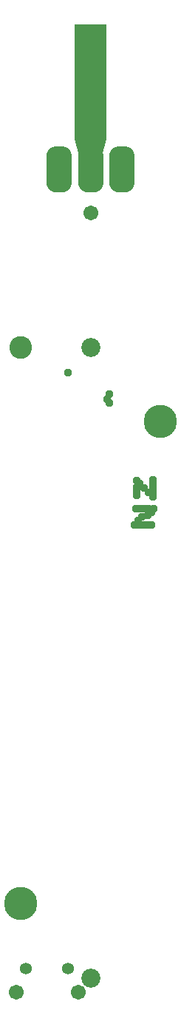
<source format=gbr>
G04 EAGLE Gerber RS-274X export*
G75*
%MOMM*%
%FSLAX34Y34*%
%LPD*%
%INSoldermask Bottom*%
%IPPOS*%
%AMOC8*
5,1,8,0,0,1.08239X$1,22.5*%
G01*
%ADD10C,2.061272*%
%ADD11C,1.711200*%
%ADD12C,1.361200*%
%ADD13C,2.183200*%
%ADD14C,3.803200*%
%ADD15C,2.593200*%
%ADD16C,0.959600*%

G36*
X120050Y969247D02*
X120050Y969247D01*
X120100Y969245D01*
X120170Y969267D01*
X120243Y969279D01*
X120287Y969302D01*
X120335Y969317D01*
X120395Y969359D01*
X120460Y969394D01*
X120495Y969430D01*
X120536Y969459D01*
X120579Y969519D01*
X120630Y969572D01*
X120651Y969617D01*
X120680Y969658D01*
X120722Y969772D01*
X120733Y969795D01*
X120734Y969803D01*
X120739Y969815D01*
X125739Y989815D01*
X125739Y989825D01*
X125743Y989833D01*
X125761Y990000D01*
X125761Y1120000D01*
X125758Y1120020D01*
X125760Y1120039D01*
X125738Y1120141D01*
X125722Y1120243D01*
X125712Y1120260D01*
X125708Y1120280D01*
X125655Y1120369D01*
X125606Y1120460D01*
X125592Y1120474D01*
X125582Y1120491D01*
X125503Y1120558D01*
X125428Y1120630D01*
X125410Y1120638D01*
X125395Y1120651D01*
X125299Y1120690D01*
X125205Y1120733D01*
X125185Y1120735D01*
X125167Y1120743D01*
X125000Y1120761D01*
X90000Y1120761D01*
X89980Y1120758D01*
X89961Y1120760D01*
X89859Y1120738D01*
X89757Y1120722D01*
X89740Y1120712D01*
X89720Y1120708D01*
X89631Y1120655D01*
X89540Y1120606D01*
X89526Y1120592D01*
X89509Y1120582D01*
X89442Y1120503D01*
X89371Y1120428D01*
X89362Y1120410D01*
X89349Y1120395D01*
X89310Y1120299D01*
X89267Y1120205D01*
X89265Y1120185D01*
X89257Y1120167D01*
X89239Y1120000D01*
X89239Y990000D01*
X89240Y989991D01*
X89239Y989982D01*
X89261Y989815D01*
X94261Y969815D01*
X94281Y969769D01*
X94292Y969720D01*
X94330Y969657D01*
X94359Y969590D01*
X94392Y969552D01*
X94418Y969509D01*
X94474Y969461D01*
X94523Y969407D01*
X94567Y969382D01*
X94605Y969349D01*
X94673Y969322D01*
X94737Y969285D01*
X94787Y969276D01*
X94833Y969257D01*
X94954Y969244D01*
X94979Y969239D01*
X94987Y969240D01*
X95000Y969239D01*
X120000Y969239D01*
X120050Y969247D01*
G37*
D10*
X147810Y970710D02*
X147810Y939290D01*
X139390Y939290D01*
X139390Y970710D01*
X147810Y970710D01*
X147810Y958872D02*
X139390Y958872D01*
X111710Y939290D02*
X103290Y939290D01*
X103290Y970710D01*
X111710Y970710D01*
X111710Y939290D01*
X111710Y958872D02*
X103290Y958872D01*
X75610Y939290D02*
X67190Y939290D01*
X67190Y970710D01*
X75610Y970710D01*
X75610Y939290D01*
X75610Y958872D02*
X67190Y958872D01*
D11*
X107500Y905000D03*
X21750Y12700D03*
X93250Y12700D03*
D12*
X81750Y40000D03*
X33250Y40000D03*
D13*
X107500Y28900D03*
X107500Y751100D03*
D14*
X27500Y114000D03*
X187500Y666000D03*
D15*
X27500Y751100D03*
D16*
X129000Y698000D03*
X126000Y692000D03*
X129000Y687000D03*
X166500Y556929D03*
X173964Y566464D03*
X168964Y566464D03*
X177500Y547929D03*
X158964Y566464D03*
X163964Y566464D03*
X172500Y547929D03*
X167500Y547929D03*
X162500Y547929D03*
X161500Y552929D03*
X172500Y558929D03*
X180036Y566464D03*
X157500Y547929D03*
X177500Y561929D03*
X168964Y589749D03*
X160429Y591213D03*
X160429Y586213D03*
X178964Y599749D03*
X178964Y594749D03*
X160429Y581213D03*
X178964Y589749D03*
X178964Y584749D03*
X178964Y579749D03*
X173964Y584749D03*
X163964Y594749D03*
X160429Y598284D03*
X81000Y722000D03*
M02*

</source>
